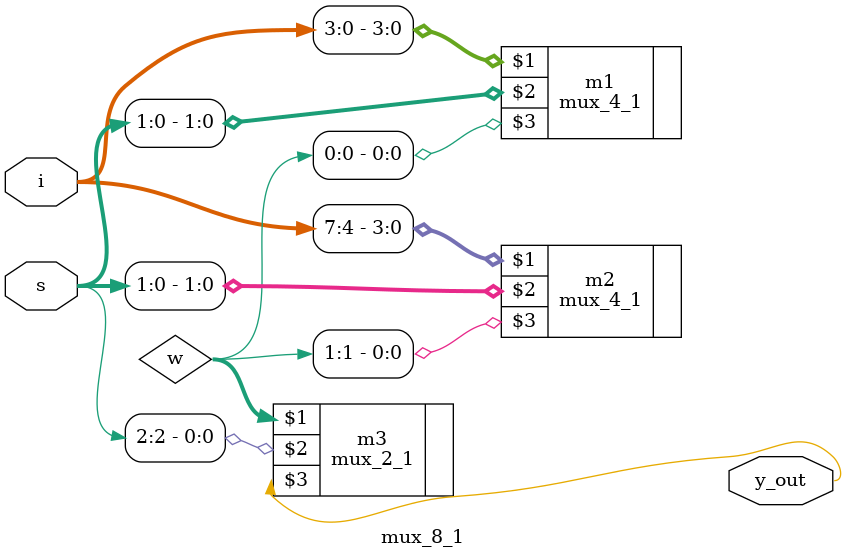
<source format=v>
`timescale 1ns / 1ps


module mux_8_1(
    input [7:0] i,
    input [2:0]s,
    output y_out
    );
    
    wire [1:0]w;
    
    mux_4_1 m1(i[3:0], s[1:0], w[0]);
    mux_4_1 m2(i[7:4], s[1:0], w[1]);
    mux_2_1 m3(w, s[2], y_out);
    
  endmodule     
</source>
